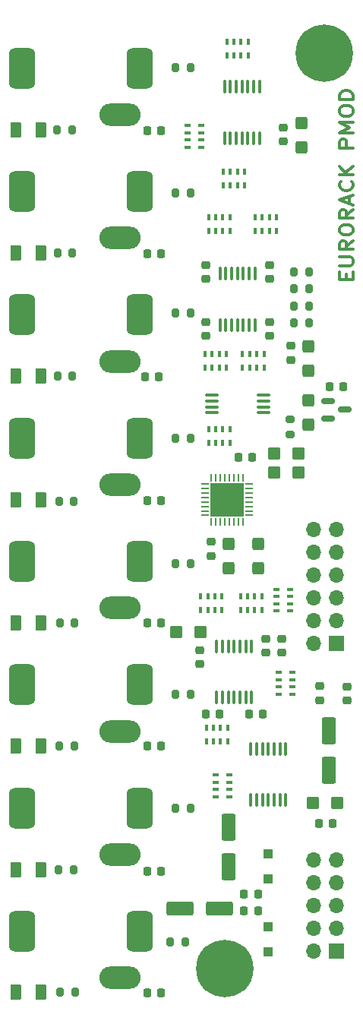
<source format=gbr>
%TF.GenerationSoftware,KiCad,Pcbnew,(6.0.6)*%
%TF.CreationDate,2022-08-14T16:56:23+02:00*%
%TF.ProjectId,eurorack-pmod-pcb,6575726f-7261-4636-9b2d-706d6f642d70,rev?*%
%TF.SameCoordinates,Original*%
%TF.FileFunction,Soldermask,Top*%
%TF.FilePolarity,Negative*%
%FSLAX46Y46*%
G04 Gerber Fmt 4.6, Leading zero omitted, Abs format (unit mm)*
G04 Created by KiCad (PCBNEW (6.0.6)) date 2022-08-14 16:56:23*
%MOMM*%
%LPD*%
G01*
G04 APERTURE LIST*
G04 Aperture macros list*
%AMRoundRect*
0 Rectangle with rounded corners*
0 $1 Rounding radius*
0 $2 $3 $4 $5 $6 $7 $8 $9 X,Y pos of 4 corners*
0 Add a 4 corners polygon primitive as box body*
4,1,4,$2,$3,$4,$5,$6,$7,$8,$9,$2,$3,0*
0 Add four circle primitives for the rounded corners*
1,1,$1+$1,$2,$3*
1,1,$1+$1,$4,$5*
1,1,$1+$1,$6,$7*
1,1,$1+$1,$8,$9*
0 Add four rect primitives between the rounded corners*
20,1,$1+$1,$2,$3,$4,$5,0*
20,1,$1+$1,$4,$5,$6,$7,0*
20,1,$1+$1,$6,$7,$8,$9,0*
20,1,$1+$1,$8,$9,$2,$3,0*%
G04 Aperture macros list end*
%ADD10C,0.375000*%
%ADD11RoundRect,0.200000X-0.200000X-0.275000X0.200000X-0.275000X0.200000X0.275000X-0.200000X0.275000X0*%
%ADD12RoundRect,0.225000X0.250000X-0.225000X0.250000X0.225000X-0.250000X0.225000X-0.250000X-0.225000X0*%
%ADD13RoundRect,0.250000X-0.375000X-0.625000X0.375000X-0.625000X0.375000X0.625000X-0.375000X0.625000X0*%
%ADD14RoundRect,0.100000X-0.100000X0.637500X-0.100000X-0.637500X0.100000X-0.637500X0.100000X0.637500X0*%
%ADD15RoundRect,0.200000X0.200000X0.275000X-0.200000X0.275000X-0.200000X-0.275000X0.200000X-0.275000X0*%
%ADD16RoundRect,0.225000X0.225000X0.250000X-0.225000X0.250000X-0.225000X-0.250000X0.225000X-0.250000X0*%
%ADD17RoundRect,0.225000X-0.225000X-0.250000X0.225000X-0.250000X0.225000X0.250000X-0.225000X0.250000X0*%
%ADD18R,1.100000X1.100000*%
%ADD19RoundRect,0.250000X-0.450000X-0.425000X0.450000X-0.425000X0.450000X0.425000X-0.450000X0.425000X0*%
%ADD20R,0.430000X0.760000*%
%ADD21RoundRect,0.062500X0.062500X-0.337500X0.062500X0.337500X-0.062500X0.337500X-0.062500X-0.337500X0*%
%ADD22RoundRect,0.062500X0.337500X-0.062500X0.337500X0.062500X-0.337500X0.062500X-0.337500X-0.062500X0*%
%ADD23R,3.700000X3.700000*%
%ADD24RoundRect,0.218750X0.256250X-0.218750X0.256250X0.218750X-0.256250X0.218750X-0.256250X-0.218750X0*%
%ADD25RoundRect,0.725000X-0.725000X1.575000X-0.725000X-1.575000X0.725000X-1.575000X0.725000X1.575000X0*%
%ADD26O,4.600000X2.500000*%
%ADD27RoundRect,0.250000X0.550000X-1.250000X0.550000X1.250000X-0.550000X1.250000X-0.550000X-1.250000X0*%
%ADD28C,0.800000*%
%ADD29C,6.400000*%
%ADD30R,0.760000X0.430000*%
%ADD31R,1.700000X1.700000*%
%ADD32O,1.700000X1.700000*%
%ADD33RoundRect,0.250000X-0.425000X0.450000X-0.425000X-0.450000X0.425000X-0.450000X0.425000X0.450000X0*%
%ADD34RoundRect,0.250000X0.450000X0.425000X-0.450000X0.425000X-0.450000X-0.425000X0.450000X-0.425000X0*%
%ADD35RoundRect,0.250000X0.425000X-0.450000X0.425000X0.450000X-0.425000X0.450000X-0.425000X-0.450000X0*%
%ADD36RoundRect,0.225000X-0.250000X0.225000X-0.250000X-0.225000X0.250000X-0.225000X0.250000X0.225000X0*%
%ADD37RoundRect,0.218750X-0.218750X-0.256250X0.218750X-0.256250X0.218750X0.256250X-0.218750X0.256250X0*%
%ADD38RoundRect,0.150000X-0.587500X-0.150000X0.587500X-0.150000X0.587500X0.150000X-0.587500X0.150000X0*%
%ADD39RoundRect,0.200000X-0.275000X0.200000X-0.275000X-0.200000X0.275000X-0.200000X0.275000X0.200000X0*%
%ADD40RoundRect,0.100000X0.100000X-0.637500X0.100000X0.637500X-0.100000X0.637500X-0.100000X-0.637500X0*%
%ADD41RoundRect,0.100000X0.637500X0.100000X-0.637500X0.100000X-0.637500X-0.100000X0.637500X-0.100000X0*%
%ADD42RoundRect,0.250000X-0.550000X1.250000X-0.550000X-1.250000X0.550000X-1.250000X0.550000X1.250000X0*%
%ADD43RoundRect,0.250000X-1.250000X-0.550000X1.250000X-0.550000X1.250000X0.550000X-1.250000X0.550000X0*%
G04 APERTURE END LIST*
D10*
X18180857Y-29279333D02*
X18180857Y-28712666D01*
X18966571Y-28469809D02*
X18966571Y-29279333D01*
X17466571Y-29279333D01*
X17466571Y-28469809D01*
X17466571Y-27741238D02*
X18680857Y-27741238D01*
X18823714Y-27660285D01*
X18895142Y-27579333D01*
X18966571Y-27417428D01*
X18966571Y-27093619D01*
X18895142Y-26931714D01*
X18823714Y-26850761D01*
X18680857Y-26769809D01*
X17466571Y-26769809D01*
X18966571Y-24988857D02*
X18252285Y-25555523D01*
X18966571Y-25960285D02*
X17466571Y-25960285D01*
X17466571Y-25312666D01*
X17538000Y-25150761D01*
X17609428Y-25069809D01*
X17752285Y-24988857D01*
X17966571Y-24988857D01*
X18109428Y-25069809D01*
X18180857Y-25150761D01*
X18252285Y-25312666D01*
X18252285Y-25960285D01*
X17466571Y-23936476D02*
X17466571Y-23612666D01*
X17538000Y-23450761D01*
X17680857Y-23288857D01*
X17966571Y-23207904D01*
X18466571Y-23207904D01*
X18752285Y-23288857D01*
X18895142Y-23450761D01*
X18966571Y-23612666D01*
X18966571Y-23936476D01*
X18895142Y-24098380D01*
X18752285Y-24260285D01*
X18466571Y-24341238D01*
X17966571Y-24341238D01*
X17680857Y-24260285D01*
X17538000Y-24098380D01*
X17466571Y-23936476D01*
X18966571Y-21507904D02*
X18252285Y-22074571D01*
X18966571Y-22479333D02*
X17466571Y-22479333D01*
X17466571Y-21831714D01*
X17538000Y-21669809D01*
X17609428Y-21588857D01*
X17752285Y-21507904D01*
X17966571Y-21507904D01*
X18109428Y-21588857D01*
X18180857Y-21669809D01*
X18252285Y-21831714D01*
X18252285Y-22479333D01*
X18538000Y-20860285D02*
X18538000Y-20050761D01*
X18966571Y-21022190D02*
X17466571Y-20455523D01*
X18966571Y-19888857D01*
X18823714Y-18350761D02*
X18895142Y-18431714D01*
X18966571Y-18674571D01*
X18966571Y-18836476D01*
X18895142Y-19079333D01*
X18752285Y-19241238D01*
X18609428Y-19322190D01*
X18323714Y-19403142D01*
X18109428Y-19403142D01*
X17823714Y-19322190D01*
X17680857Y-19241238D01*
X17538000Y-19079333D01*
X17466571Y-18836476D01*
X17466571Y-18674571D01*
X17538000Y-18431714D01*
X17609428Y-18350761D01*
X18966571Y-17622190D02*
X17466571Y-17622190D01*
X18966571Y-16650761D02*
X18109428Y-17379333D01*
X17466571Y-16650761D02*
X18323714Y-17622190D01*
X18966571Y-14626952D02*
X17466571Y-14626952D01*
X17466571Y-13979333D01*
X17538000Y-13817428D01*
X17609428Y-13736476D01*
X17752285Y-13655523D01*
X17966571Y-13655523D01*
X18109428Y-13736476D01*
X18180857Y-13817428D01*
X18252285Y-13979333D01*
X18252285Y-14626952D01*
X18966571Y-12926952D02*
X17466571Y-12926952D01*
X18538000Y-12360285D01*
X17466571Y-11793619D01*
X18966571Y-11793619D01*
X17466571Y-10660285D02*
X17466571Y-10336476D01*
X17538000Y-10174571D01*
X17680857Y-10012666D01*
X17966571Y-9931714D01*
X18466571Y-9931714D01*
X18752285Y-10012666D01*
X18895142Y-10174571D01*
X18966571Y-10336476D01*
X18966571Y-10660285D01*
X18895142Y-10822190D01*
X18752285Y-10984095D01*
X18466571Y-11065047D01*
X17966571Y-11065047D01*
X17680857Y-10984095D01*
X17538000Y-10822190D01*
X17466571Y-10660285D01*
X18966571Y-9203142D02*
X17466571Y-9203142D01*
X17466571Y-8798380D01*
X17538000Y-8555523D01*
X17680857Y-8393619D01*
X17823714Y-8312666D01*
X18109428Y-8231714D01*
X18323714Y-8231714D01*
X18609428Y-8312666D01*
X18752285Y-8393619D01*
X18895142Y-8555523D01*
X18966571Y-8798380D01*
X18966571Y-9203142D01*
D11*
%TO.C,R5*%
X-825000Y-19685000D03*
X825000Y-19685000D03*
%TD*%
D12*
%TO.C,C20*%
X2540000Y-35573000D03*
X2540000Y-34023000D03*
%TD*%
D13*
%TO.C,D8*%
X-18646600Y-81330800D03*
X-15846600Y-81330800D03*
%TD*%
D14*
%TO.C,U7*%
X11475000Y-81592500D03*
X10825000Y-81592500D03*
X10175000Y-81592500D03*
X9525000Y-81592500D03*
X8875000Y-81592500D03*
X8225000Y-81592500D03*
X7575000Y-81592500D03*
X7575000Y-87317500D03*
X8225000Y-87317500D03*
X8875000Y-87317500D03*
X9525000Y-87317500D03*
X10175000Y-87317500D03*
X10825000Y-87317500D03*
X11475000Y-87317500D03*
%TD*%
D15*
%TO.C,R14*%
X825000Y-60960000D03*
X-825000Y-60960000D03*
%TD*%
D11*
%TO.C,R9*%
X12383000Y-28448000D03*
X14033000Y-28448000D03*
%TD*%
D16*
%TO.C,C4*%
X7760000Y-49149000D03*
X6210000Y-49149000D03*
%TD*%
D12*
%TO.C,C15*%
X11049000Y-70879000D03*
X11049000Y-69329000D03*
%TD*%
D11*
%TO.C,R4*%
X-14033000Y-12598400D03*
X-12383000Y-12598400D03*
%TD*%
D15*
%TO.C,R15*%
X-12052800Y-67614800D03*
X-13702800Y-67614800D03*
%TD*%
D13*
%TO.C,D5*%
X-18646600Y-40081200D03*
X-15846600Y-40081200D03*
%TD*%
D17*
%TO.C,C23*%
X-3950000Y-26416000D03*
X-2400000Y-26416000D03*
%TD*%
D18*
%TO.C,D2*%
X9525000Y-104270000D03*
X9525000Y-101470000D03*
%TD*%
D11*
%TO.C,R6*%
X12383000Y-34163000D03*
X14033000Y-34163000D03*
%TD*%
D19*
%TO.C,C11*%
X10160000Y-50800000D03*
X12860000Y-50800000D03*
%TD*%
D13*
%TO.C,D7*%
X-18621200Y-67564000D03*
X-15821200Y-67564000D03*
%TD*%
D16*
%TO.C,C31*%
X-2400000Y-81280000D03*
X-3950000Y-81280000D03*
%TD*%
D17*
%TO.C,C34*%
X7353000Y-77724000D03*
X8903000Y-77724000D03*
%TD*%
D12*
%TO.C,C22*%
X9652000Y-35573000D03*
X9652000Y-34023000D03*
%TD*%
D20*
%TO.C,RN14*%
X2610000Y-80770000D03*
X3410000Y-80770000D03*
X4210000Y-80770000D03*
X5010000Y-80770000D03*
X5010000Y-79250000D03*
X4210000Y-79250000D03*
X3410000Y-79250000D03*
X2610000Y-79250000D03*
%TD*%
D13*
%TO.C,D6*%
X-18646600Y-53822600D03*
X-15846600Y-53822600D03*
%TD*%
D15*
%TO.C,R18*%
X825000Y-88265000D03*
X-825000Y-88265000D03*
%TD*%
D17*
%TO.C,C9*%
X16375000Y-41275000D03*
X17925000Y-41275000D03*
%TD*%
%TO.C,C25*%
X-4204000Y-40132000D03*
X-2654000Y-40132000D03*
%TD*%
D21*
%TO.C,U3*%
X3175000Y-56290000D03*
X3675000Y-56290000D03*
X4175000Y-56290000D03*
X4675000Y-56290000D03*
X5175000Y-56290000D03*
X5675000Y-56290000D03*
X6175000Y-56290000D03*
X6675000Y-56290000D03*
D22*
X7375000Y-55590000D03*
X7375000Y-55090000D03*
X7375000Y-54590000D03*
X7375000Y-54090000D03*
X7375000Y-53590000D03*
X7375000Y-53090000D03*
X7375000Y-52590000D03*
X7375000Y-52090000D03*
D21*
X6675000Y-51390000D03*
X6175000Y-51390000D03*
X5675000Y-51390000D03*
X5175000Y-51390000D03*
X4675000Y-51390000D03*
X4175000Y-51390000D03*
X3675000Y-51390000D03*
X3175000Y-51390000D03*
D22*
X2475000Y-52090000D03*
X2475000Y-52590000D03*
X2475000Y-53090000D03*
X2475000Y-53590000D03*
X2475000Y-54090000D03*
X2475000Y-54590000D03*
X2475000Y-55090000D03*
X2475000Y-55590000D03*
D23*
X4925000Y-53840000D03*
%TD*%
D12*
%TO.C,C17*%
X11176000Y-13932200D03*
X11176000Y-12382200D03*
%TD*%
D24*
%TO.C,L3*%
X18268148Y-76222314D03*
X18268148Y-74647314D03*
%TD*%
D25*
%TO.C,J6*%
X-17970000Y-46964776D03*
X-4770000Y-46964776D03*
D26*
X-6970000Y-52164776D03*
%TD*%
D16*
%TO.C,C33*%
X-2400000Y-95250000D03*
X-3950000Y-95250000D03*
%TD*%
D20*
%TO.C,RN11*%
X1975000Y-66165000D03*
X2775000Y-66165000D03*
X3575000Y-66165000D03*
X4375000Y-66165000D03*
X4375000Y-64645000D03*
X3575000Y-64645000D03*
X2775000Y-64645000D03*
X1975000Y-64645000D03*
%TD*%
D24*
%TO.C,L4*%
X15240000Y-76200000D03*
X15240000Y-74625000D03*
%TD*%
D27*
%TO.C,C1*%
X5080000Y-94783000D03*
X5080000Y-90383000D03*
%TD*%
D20*
%TO.C,RN2*%
X5264000Y-45976000D03*
X4464000Y-45976000D03*
X3664000Y-45976000D03*
X2864000Y-45976000D03*
X2864000Y-47496000D03*
X3664000Y-47496000D03*
X4464000Y-47496000D03*
X5264000Y-47496000D03*
%TD*%
D28*
%TO.C,REF\u002A\u002A*%
X17445056Y-5761056D03*
X14050944Y-5761056D03*
X18148000Y-4064000D03*
D29*
X15748000Y-4064000D03*
D28*
X17445056Y-2366944D03*
X13348000Y-4064000D03*
X14050944Y-2366944D03*
X15748000Y-1664000D03*
X15748000Y-6464000D03*
%TD*%
D30*
%TO.C,RN13*%
X3685000Y-84525000D03*
X3685000Y-85325000D03*
X3685000Y-86125000D03*
X3685000Y-86925000D03*
X5205000Y-86925000D03*
X5205000Y-86125000D03*
X5205000Y-85325000D03*
X5205000Y-84525000D03*
%TD*%
%TO.C,RN12*%
X10670000Y-73095000D03*
X10670000Y-73895000D03*
X10670000Y-74695000D03*
X10670000Y-75495000D03*
X12190000Y-75495000D03*
X12190000Y-74695000D03*
X12190000Y-73895000D03*
X12190000Y-73095000D03*
%TD*%
D31*
%TO.C,J1*%
X17145000Y-104135000D03*
D32*
X14605000Y-104135000D03*
X17145000Y-101595000D03*
X14605000Y-101595000D03*
X17145000Y-99055000D03*
X14605000Y-99055000D03*
X17145000Y-96515000D03*
X14605000Y-96515000D03*
X17145000Y-93975000D03*
X14605000Y-93975000D03*
%TD*%
D20*
%TO.C,RN7*%
X8052000Y-23872000D03*
X8852000Y-23872000D03*
X9652000Y-23872000D03*
X10452000Y-23872000D03*
X10452000Y-22352000D03*
X9652000Y-22352000D03*
X8852000Y-22352000D03*
X8052000Y-22352000D03*
%TD*%
D11*
%TO.C,R11*%
X-825000Y-46990000D03*
X825000Y-46990000D03*
%TD*%
D33*
%TO.C,C12*%
X13970000Y-36750000D03*
X13970000Y-39450000D03*
%TD*%
D11*
%TO.C,R2*%
X-825000Y-5715000D03*
X825000Y-5715000D03*
%TD*%
D15*
%TO.C,R20*%
X266200Y-103124000D03*
X-1383800Y-103124000D03*
%TD*%
%TO.C,R21*%
X-12027400Y-108712000D03*
X-13677400Y-108712000D03*
%TD*%
D20*
%TO.C,RN3*%
X2464000Y-39112000D03*
X3264000Y-39112000D03*
X4064000Y-39112000D03*
X4864000Y-39112000D03*
X4864000Y-37592000D03*
X4064000Y-37592000D03*
X3264000Y-37592000D03*
X2464000Y-37592000D03*
%TD*%
D13*
%TO.C,D3*%
X-18621200Y-12598400D03*
X-15821200Y-12598400D03*
%TD*%
D25*
%TO.C,J3*%
X-17970000Y-5735611D03*
X-4770000Y-5735611D03*
D26*
X-6970000Y-10935611D03*
%TD*%
D34*
%TO.C,C14*%
X1985000Y-68580000D03*
X-715000Y-68580000D03*
%TD*%
D18*
%TO.C,D1*%
X9525000Y-96142000D03*
X9525000Y-93342000D03*
%TD*%
D35*
%TO.C,C16*%
X13208000Y-14558000D03*
X13208000Y-11858000D03*
%TD*%
D19*
%TO.C,C3*%
X10160000Y-48691800D03*
X12860000Y-48691800D03*
%TD*%
D15*
%TO.C,R17*%
X-12090400Y-81330800D03*
X-13740400Y-81330800D03*
%TD*%
D36*
%TO.C,C6*%
X3175000Y-58534000D03*
X3175000Y-60084000D03*
%TD*%
D16*
%TO.C,C35*%
X-2430543Y-108812750D03*
X-3980543Y-108812750D03*
%TD*%
D34*
%TO.C,C18*%
X17225000Y-87630000D03*
X14525000Y-87630000D03*
%TD*%
D12*
%TO.C,C30*%
X1905000Y-72149000D03*
X1905000Y-70599000D03*
%TD*%
D17*
%TO.C,C27*%
X-3950000Y-53975000D03*
X-2400000Y-53975000D03*
%TD*%
D33*
%TO.C,C5*%
X5080000Y-58771800D03*
X5080000Y-61471800D03*
%TD*%
D20*
%TO.C,RN6*%
X6640295Y-39107713D03*
X7440295Y-39107713D03*
X8240295Y-39107713D03*
X9040295Y-39107713D03*
X9040295Y-37587713D03*
X8240295Y-37587713D03*
X7440295Y-37587713D03*
X6640295Y-37587713D03*
%TD*%
D14*
%TO.C,U5*%
X8554000Y-7805500D03*
X7904000Y-7805500D03*
X7254000Y-7805500D03*
X6604000Y-7805500D03*
X5954000Y-7805500D03*
X5304000Y-7805500D03*
X4654000Y-7805500D03*
X4654000Y-13530500D03*
X5304000Y-13530500D03*
X5954000Y-13530500D03*
X6604000Y-13530500D03*
X7254000Y-13530500D03*
X7904000Y-13530500D03*
X8554000Y-13530500D03*
%TD*%
D37*
%TO.C,L2*%
X6832500Y-99645452D03*
X8407500Y-99645452D03*
%TD*%
D38*
%TO.C,U1*%
X16207500Y-42865000D03*
X16207500Y-44765000D03*
X18082500Y-43815000D03*
%TD*%
D12*
%TO.C,C28*%
X9271000Y-70879000D03*
X9271000Y-69329000D03*
%TD*%
D16*
%TO.C,C19*%
X16700800Y-89966800D03*
X15150800Y-89966800D03*
%TD*%
D15*
%TO.C,R16*%
X825000Y-75565000D03*
X-825000Y-75565000D03*
%TD*%
D25*
%TO.C,J7*%
X-17970000Y-60707831D03*
X-4770000Y-60707831D03*
D26*
X-6970000Y-65907831D03*
%TD*%
D39*
%TO.C,R1*%
X11938000Y-44895000D03*
X11938000Y-46545000D03*
%TD*%
D11*
%TO.C,R12*%
X12383000Y-30353000D03*
X14033000Y-30353000D03*
%TD*%
D25*
%TO.C,J4*%
X-17970000Y-19478666D03*
X-4770000Y-19478666D03*
D26*
X-6970000Y-24678666D03*
%TD*%
D25*
%TO.C,J10*%
X-17970000Y-101937000D03*
X-4770000Y-101937000D03*
D26*
X-6970000Y-107137000D03*
%TD*%
D37*
%TO.C,L1*%
X6832500Y-97795000D03*
X8407500Y-97795000D03*
%TD*%
D20*
%TO.C,RN8*%
X6896000Y-17272000D03*
X6096000Y-17272000D03*
X5296000Y-17272000D03*
X4496000Y-17272000D03*
X4496000Y-18792000D03*
X5296000Y-18792000D03*
X6096000Y-18792000D03*
X6896000Y-18792000D03*
%TD*%
D25*
%TO.C,J5*%
X-17970000Y-33221721D03*
X-4770000Y-33221721D03*
D26*
X-6970000Y-38421721D03*
%TD*%
D11*
%TO.C,R13*%
X-13804400Y-54000400D03*
X-12154400Y-54000400D03*
%TD*%
%TO.C,R8*%
X-825000Y-33020000D03*
X825000Y-33020000D03*
%TD*%
D36*
%TO.C,C13*%
X12065000Y-36690000D03*
X12065000Y-38240000D03*
%TD*%
D11*
%TO.C,R3*%
X12383000Y-32258000D03*
X14033000Y-32258000D03*
%TD*%
%TO.C,R10*%
X-13982200Y-40081200D03*
X-12332200Y-40081200D03*
%TD*%
D14*
%TO.C,U6*%
X7665000Y-70162500D03*
X7015000Y-70162500D03*
X6365000Y-70162500D03*
X5715000Y-70162500D03*
X5065000Y-70162500D03*
X4415000Y-70162500D03*
X3765000Y-70162500D03*
X3765000Y-75887500D03*
X4415000Y-75887500D03*
X5065000Y-75887500D03*
X5715000Y-75887500D03*
X6365000Y-75887500D03*
X7015000Y-75887500D03*
X7665000Y-75887500D03*
%TD*%
D13*
%TO.C,D4*%
X-18643600Y-26339800D03*
X-15843600Y-26339800D03*
%TD*%
D40*
%TO.C,U4*%
X4146000Y-34358500D03*
X4796000Y-34358500D03*
X5446000Y-34358500D03*
X6096000Y-34358500D03*
X6746000Y-34358500D03*
X7396000Y-34358500D03*
X8046000Y-34358500D03*
X8046000Y-28633500D03*
X7396000Y-28633500D03*
X6746000Y-28633500D03*
X6096000Y-28633500D03*
X5446000Y-28633500D03*
X4796000Y-28633500D03*
X4146000Y-28633500D03*
%TD*%
D33*
%TO.C,C8*%
X13970000Y-42765000D03*
X13970000Y-45465000D03*
%TD*%
D28*
%TO.C,REF\u002A\u002A*%
X4673600Y-108521200D03*
X6370656Y-107818256D03*
X2976544Y-107818256D03*
D29*
X4673600Y-106121200D03*
D28*
X4673600Y-103721200D03*
X2273600Y-106121200D03*
X2976544Y-104424144D03*
X6370656Y-104424144D03*
X7073600Y-106121200D03*
%TD*%
D41*
%TO.C,U2*%
X8958500Y-44155000D03*
X8958500Y-43505000D03*
X8958500Y-42855000D03*
X8958500Y-42205000D03*
X3233500Y-42205000D03*
X3233500Y-42855000D03*
X3233500Y-43505000D03*
X3233500Y-44155000D03*
%TD*%
D20*
%TO.C,RN9*%
X2864000Y-23872000D03*
X3664000Y-23872000D03*
X4464000Y-23872000D03*
X5264000Y-23872000D03*
X5264000Y-22352000D03*
X4464000Y-22352000D03*
X3664000Y-22352000D03*
X2864000Y-22352000D03*
%TD*%
D36*
%TO.C,C24*%
X9652000Y-27673000D03*
X9652000Y-29223000D03*
%TD*%
D11*
%TO.C,R7*%
X-13982200Y-26314400D03*
X-12332200Y-26314400D03*
%TD*%
D16*
%TO.C,C32*%
X4077000Y-77724000D03*
X2527000Y-77724000D03*
%TD*%
D30*
%TO.C,RN1*%
X11936000Y-66224000D03*
X11936000Y-65424000D03*
X11936000Y-64624000D03*
X11936000Y-63824000D03*
X10416000Y-63824000D03*
X10416000Y-64624000D03*
X10416000Y-65424000D03*
X10416000Y-66224000D03*
%TD*%
D13*
%TO.C,D10*%
X-18621200Y-108686600D03*
X-15821200Y-108686600D03*
%TD*%
D30*
%TO.C,RN5*%
X510000Y-12135000D03*
X510000Y-12935000D03*
X510000Y-13735000D03*
X510000Y-14535000D03*
X2030000Y-14535000D03*
X2030000Y-13735000D03*
X2030000Y-12935000D03*
X2030000Y-12135000D03*
%TD*%
D13*
%TO.C,D9*%
X-18646600Y-95072200D03*
X-15846600Y-95072200D03*
%TD*%
D17*
%TO.C,C21*%
X-3950000Y-12700000D03*
X-2400000Y-12700000D03*
%TD*%
D20*
%TO.C,RN10*%
X8820000Y-64645000D03*
X8020000Y-64645000D03*
X7220000Y-64645000D03*
X6420000Y-64645000D03*
X6420000Y-66165000D03*
X7220000Y-66165000D03*
X8020000Y-66165000D03*
X8820000Y-66165000D03*
%TD*%
D15*
%TO.C,R19*%
X-12179800Y-95097600D03*
X-13829800Y-95097600D03*
%TD*%
D25*
%TO.C,J9*%
X-17970000Y-88193941D03*
X-4770000Y-88193941D03*
D26*
X-6970000Y-93393941D03*
%TD*%
D42*
%TO.C,C7*%
X16256000Y-79588000D03*
X16256000Y-83988000D03*
%TD*%
D36*
%TO.C,C26*%
X2540000Y-27673000D03*
X2540000Y-29223000D03*
%TD*%
D20*
%TO.C,RN4*%
X7296000Y-2796000D03*
X6496000Y-2796000D03*
X5696000Y-2796000D03*
X4896000Y-2796000D03*
X4896000Y-4316000D03*
X5696000Y-4316000D03*
X6496000Y-4316000D03*
X7296000Y-4316000D03*
%TD*%
D33*
%TO.C,C10*%
X8365617Y-58764511D03*
X8365617Y-61464511D03*
%TD*%
D31*
%TO.C,J2*%
X17145000Y-69850000D03*
D32*
X14605000Y-69850000D03*
X17145000Y-67310000D03*
X14605000Y-67310000D03*
X17145000Y-64770000D03*
X14605000Y-64770000D03*
X17145000Y-62230000D03*
X14605000Y-62230000D03*
X17145000Y-59690000D03*
X14605000Y-59690000D03*
X17145000Y-57150000D03*
X14605000Y-57150000D03*
%TD*%
D16*
%TO.C,C29*%
X-2412217Y-67566567D03*
X-3962217Y-67566567D03*
%TD*%
D25*
%TO.C,J8*%
X-17970000Y-74450886D03*
X-4770000Y-74450886D03*
D26*
X-6970000Y-79650886D03*
%TD*%
D43*
%TO.C,C2*%
X-295000Y-99441000D03*
X4105000Y-99441000D03*
%TD*%
M02*

</source>
